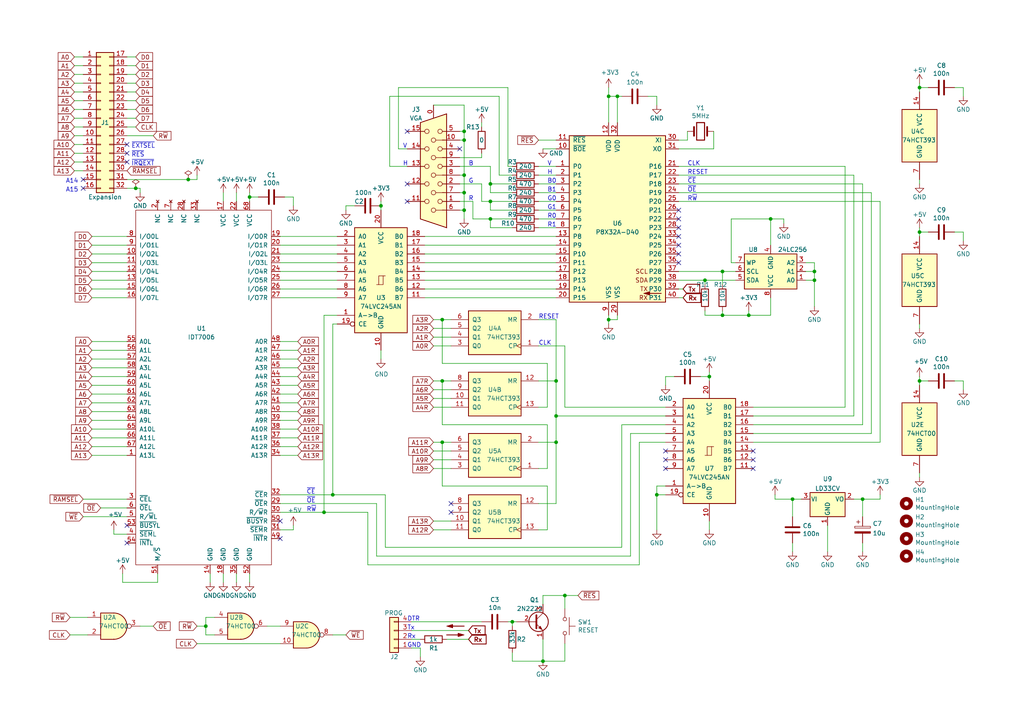
<source format=kicad_sch>
(kicad_sch (version 20211123) (generator eeschema)
  (paper "A4")
  (junction (at 128.27 128.27))
  (junction (at 236.22 78.74))
  (junction (at 142.24 58.42))
  (junction (at 190.5 143.51))
  (junction (at 134.62 55.88))
  (junction (at 134.62 38.1))
  (junction (at 209.55 91.44))
  (junction (at 176.53 92.71))
  (junction (at 54.61 52.07))
  (junction (at 204.47 81.28))
  (junction (at 72.39 57.15))
  (junction (at 205.74 109.22))
  (junction (at 209.55 78.74))
  (junction (at 266.7 25.4))
  (junction (at 148.59 180.34))
  (junction (at 161.29 128.27))
  (junction (at 179.07 27.94))
  (junction (at 134.62 40.64))
  (junction (at 161.29 120.65))
  (junction (at 236.22 81.28))
  (junction (at 134.62 60.96))
  (junction (at 250.19 144.78))
  (junction (at 229.87 144.78))
  (junction (at 128.27 92.71))
  (junction (at 110.49 59.69))
  (junction (at 163.83 172.72))
  (junction (at 142.24 53.34))
  (junction (at 134.62 50.8))
  (junction (at 59.69 181.61))
  (junction (at 39.37 54.61))
  (junction (at 266.7 110.49))
  (junction (at 217.17 91.44))
  (junction (at 266.7 67.31))
  (junction (at 176.53 27.94))
  (junction (at 157.48 191.77))
  (junction (at 142.24 63.5))
  (junction (at 93.98 148.59))
  (junction (at 96.52 143.51))
  (junction (at 128.27 110.49))
  (junction (at 161.29 110.49))
  (junction (at 223.52 63.5))
  (no_connect (at 36.83 41.91))
  (no_connect (at 218.44 135.89))
  (no_connect (at 196.85 71.12))
  (no_connect (at 196.85 73.66))
  (no_connect (at 196.85 63.5))
  (no_connect (at 130.81 146.05))
  (no_connect (at 218.44 130.81))
  (no_connect (at 81.28 151.13))
  (no_connect (at 133.35 43.18))
  (no_connect (at 24.13 54.61))
  (no_connect (at 118.11 58.42))
  (no_connect (at 193.04 133.35))
  (no_connect (at 118.11 53.34))
  (no_connect (at 36.83 152.4))
  (no_connect (at 130.81 148.59))
  (no_connect (at 196.85 68.58))
  (no_connect (at 36.83 157.48))
  (no_connect (at 81.28 156.21))
  (no_connect (at 118.11 38.1))
  (no_connect (at 193.04 130.81))
  (no_connect (at 24.13 52.07))
  (no_connect (at 36.83 44.45))
  (no_connect (at 196.85 66.04))
  (no_connect (at 196.85 76.2))
  (no_connect (at 196.85 60.96))
  (no_connect (at 193.04 135.89))
  (no_connect (at 36.83 46.99))
  (no_connect (at 218.44 133.35))
  (wire (pts (xy 21.59 21.59) (xy 24.13 21.59)))
  (wire (pts (xy 125.73 133.35) (xy 130.81 133.35)))
  (wire (pts (xy 142.24 53.34) (xy 142.24 48.26)))
  (wire (pts (xy 190.5 140.97) (xy 193.04 140.97)))
  (wire (pts (xy 125.73 153.67) (xy 130.81 153.67)))
  (wire (pts (xy 205.74 107.95) (xy 205.74 109.22)))
  (wire (pts (xy 81.28 71.12) (xy 97.79 71.12)))
  (wire (pts (xy 134.62 50.8) (xy 134.62 40.64)))
  (wire (pts (xy 212.09 76.2) (xy 213.36 76.2)))
  (wire (pts (xy 118.11 48.26) (xy 113.03 48.26)))
  (wire (pts (xy 266.7 25.4) (xy 266.7 26.67)))
  (wire (pts (xy 26.67 121.92) (xy 36.83 121.92)))
  (wire (pts (xy 81.28 119.38) (xy 86.36 119.38)))
  (wire (pts (xy 156.21 118.11) (xy 158.75 118.11)))
  (wire (pts (xy 252.73 125.73) (xy 218.44 125.73)))
  (wire (pts (xy 72.39 57.15) (xy 74.93 57.15)))
  (wire (pts (xy 24.13 144.78) (xy 36.83 144.78)))
  (wire (pts (xy 223.52 91.44) (xy 223.52 86.36)))
  (wire (pts (xy 157.48 43.18) (xy 161.29 43.18)))
  (wire (pts (xy 21.59 26.67) (xy 24.13 26.67)))
  (wire (pts (xy 158.75 118.11) (xy 158.75 105.41)))
  (wire (pts (xy 193.04 123.19) (xy 180.34 123.19)))
  (wire (pts (xy 156.21 100.33) (xy 163.83 100.33)))
  (wire (pts (xy 196.85 48.26) (xy 245.11 48.26)))
  (wire (pts (xy 26.67 71.12) (xy 36.83 71.12)))
  (wire (pts (xy 36.83 149.86) (xy 24.13 149.86)))
  (wire (pts (xy 133.35 50.8) (xy 134.62 50.8)))
  (wire (pts (xy 142.24 63.5) (xy 142.24 66.04)))
  (wire (pts (xy 29.21 147.32) (xy 36.83 147.32)))
  (wire (pts (xy 204.47 81.28) (xy 213.36 81.28)))
  (wire (pts (xy 245.11 48.26) (xy 245.11 118.11)))
  (wire (pts (xy 193.04 143.51) (xy 190.5 143.51)))
  (wire (pts (xy 128.27 110.49) (xy 130.81 110.49)))
  (wire (pts (xy 158.75 153.67) (xy 156.21 153.67)))
  (wire (pts (xy 139.7 58.42) (xy 142.24 58.42)))
  (wire (pts (xy 157.48 175.26) (xy 157.48 172.72)))
  (wire (pts (xy 255.27 144.78) (xy 255.27 143.51)))
  (wire (pts (xy 125.73 128.27) (xy 128.27 128.27)))
  (wire (pts (xy 81.28 78.74) (xy 97.79 78.74)))
  (wire (pts (xy 196.85 81.28) (xy 204.47 81.28)))
  (wire (pts (xy 250.19 123.19) (xy 218.44 123.19)))
  (wire (pts (xy 156.21 48.26) (xy 161.29 48.26)))
  (wire (pts (xy 81.28 104.14) (xy 86.36 104.14)))
  (wire (pts (xy 148.59 180.34) (xy 149.86 180.34)))
  (wire (pts (xy 266.7 110.49) (xy 266.7 111.76)))
  (wire (pts (xy 279.4 67.31) (xy 279.4 69.85)))
  (wire (pts (xy 134.62 40.64) (xy 134.62 38.1)))
  (wire (pts (xy 81.28 121.92) (xy 86.36 121.92)))
  (wire (pts (xy 123.19 71.12) (xy 161.29 71.12)))
  (wire (pts (xy 36.83 29.21) (xy 39.37 29.21)))
  (wire (pts (xy 85.09 153.67) (xy 81.28 153.67)))
  (wire (pts (xy 125.73 30.48) (xy 134.62 30.48)))
  (wire (pts (xy 60.96 166.37) (xy 60.96 168.91)))
  (wire (pts (xy 156.21 53.34) (xy 161.29 53.34)))
  (wire (pts (xy 125.73 92.71) (xy 128.27 92.71)))
  (wire (pts (xy 147.32 48.26) (xy 148.59 48.26)))
  (wire (pts (xy 137.16 58.42) (xy 137.16 63.5)))
  (wire (pts (xy 139.7 53.34) (xy 133.35 53.34)))
  (wire (pts (xy 185.42 128.27) (xy 193.04 128.27)))
  (wire (pts (xy 161.29 92.71) (xy 161.29 110.49)))
  (wire (pts (xy 193.04 120.65) (xy 161.29 120.65)))
  (wire (pts (xy 36.83 36.83) (xy 39.37 36.83)))
  (wire (pts (xy 137.16 63.5) (xy 142.24 63.5)))
  (wire (pts (xy 36.83 39.37) (xy 44.45 39.37)))
  (wire (pts (xy 232.41 144.78) (xy 229.87 144.78)))
  (wire (pts (xy 142.24 58.42) (xy 148.59 58.42)))
  (wire (pts (xy 123.19 73.66) (xy 161.29 73.66)))
  (wire (pts (xy 35.56 166.37) (xy 35.56 168.91)))
  (wire (pts (xy 129.54 185.42) (xy 135.89 185.42)))
  (wire (pts (xy 176.53 27.94) (xy 176.53 35.56)))
  (wire (pts (xy 139.7 45.72) (xy 139.7 44.45)))
  (wire (pts (xy 82.55 57.15) (xy 85.09 57.15)))
  (wire (pts (xy 205.74 151.13) (xy 205.74 153.67)))
  (wire (pts (xy 115.57 43.18) (xy 115.57 25.4)))
  (wire (pts (xy 81.28 116.84) (xy 86.36 116.84)))
  (wire (pts (xy 81.28 124.46) (xy 86.36 124.46)))
  (wire (pts (xy 196.85 58.42) (xy 255.27 58.42)))
  (wire (pts (xy 36.83 31.75) (xy 39.37 31.75)))
  (wire (pts (xy 59.69 181.61) (xy 59.69 179.07)))
  (wire (pts (xy 163.83 172.72) (xy 167.64 172.72)))
  (wire (pts (xy 193.04 111.76) (xy 193.04 109.22)))
  (wire (pts (xy 187.96 27.94) (xy 190.5 27.94)))
  (wire (pts (xy 156.21 50.8) (xy 161.29 50.8)))
  (wire (pts (xy 196.85 86.36) (xy 198.12 86.36)))
  (wire (pts (xy 250.19 53.34) (xy 250.19 123.19)))
  (wire (pts (xy 266.7 137.16) (xy 266.7 138.43)))
  (wire (pts (xy 179.07 27.94) (xy 179.07 35.56)))
  (wire (pts (xy 20.32 184.15) (xy 25.4 184.15)))
  (wire (pts (xy 125.73 97.79) (xy 130.81 97.79)))
  (wire (pts (xy 182.88 125.73) (xy 193.04 125.73)))
  (wire (pts (xy 113.03 27.94) (xy 144.78 27.94)))
  (wire (pts (xy 125.73 95.25) (xy 130.81 95.25)))
  (wire (pts (xy 125.73 115.57) (xy 130.81 115.57)))
  (wire (pts (xy 250.19 144.78) (xy 250.19 149.86)))
  (wire (pts (xy 21.59 49.53) (xy 24.13 49.53)))
  (wire (pts (xy 110.49 59.69) (xy 110.49 60.96)))
  (wire (pts (xy 142.24 55.88) (xy 142.24 53.34)))
  (wire (pts (xy 111.76 158.75) (xy 111.76 143.51)))
  (wire (pts (xy 157.48 185.42) (xy 157.48 191.77)))
  (wire (pts (xy 115.57 25.4) (xy 147.32 25.4)))
  (wire (pts (xy 113.03 27.94) (xy 113.03 48.26)))
  (wire (pts (xy 21.59 29.21) (xy 24.13 29.21)))
  (wire (pts (xy 57.15 181.61) (xy 59.69 181.61)))
  (wire (pts (xy 123.19 83.82) (xy 161.29 83.82)))
  (wire (pts (xy 128.27 92.71) (xy 130.81 92.71)))
  (wire (pts (xy 128.27 123.19) (xy 128.27 110.49)))
  (wire (pts (xy 36.83 99.06) (xy 26.67 99.06)))
  (wire (pts (xy 57.15 186.69) (xy 81.28 186.69)))
  (wire (pts (xy 158.75 123.19) (xy 158.75 135.89)))
  (wire (pts (xy 240.03 152.4) (xy 240.03 160.02)))
  (wire (pts (xy 142.24 66.04) (xy 148.59 66.04)))
  (wire (pts (xy 180.34 158.75) (xy 111.76 158.75)))
  (wire (pts (xy 72.39 55.88) (xy 72.39 57.15)))
  (wire (pts (xy 250.19 144.78) (xy 255.27 144.78)))
  (wire (pts (xy 209.55 82.55) (xy 209.55 78.74)))
  (wire (pts (xy 36.83 68.58) (xy 26.67 68.58)))
  (wire (pts (xy 227.33 63.5) (xy 227.33 64.77)))
  (wire (pts (xy 59.69 184.15) (xy 62.23 184.15)))
  (wire (pts (xy 77.47 181.61) (xy 81.28 181.61)))
  (wire (pts (xy 21.59 39.37) (xy 24.13 39.37)))
  (wire (pts (xy 269.24 25.4) (xy 266.7 25.4)))
  (wire (pts (xy 81.28 132.08) (xy 86.36 132.08)))
  (wire (pts (xy 190.5 143.51) (xy 190.5 140.97)))
  (wire (pts (xy 26.67 81.28) (xy 36.83 81.28)))
  (wire (pts (xy 59.69 181.61) (xy 59.69 184.15)))
  (wire (pts (xy 26.67 86.36) (xy 36.83 86.36)))
  (wire (pts (xy 119.38 185.42) (xy 121.92 185.42)))
  (wire (pts (xy 161.29 110.49) (xy 156.21 110.49)))
  (wire (pts (xy 57.15 52.07) (xy 57.15 50.8)))
  (wire (pts (xy 85.09 152.4) (xy 85.09 153.67)))
  (wire (pts (xy 156.21 60.96) (xy 161.29 60.96)))
  (wire (pts (xy 158.75 140.97) (xy 158.75 153.67)))
  (wire (pts (xy 148.59 50.8) (xy 144.78 50.8)))
  (wire (pts (xy 36.83 78.74) (xy 26.67 78.74)))
  (wire (pts (xy 142.24 53.34) (xy 148.59 53.34)))
  (wire (pts (xy 266.7 52.07) (xy 266.7 53.34)))
  (wire (pts (xy 142.24 60.96) (xy 142.24 58.42)))
  (wire (pts (xy 157.48 191.77) (xy 148.59 191.77)))
  (wire (pts (xy 193.04 109.22) (xy 195.58 109.22)))
  (wire (pts (xy 96.52 184.15) (xy 100.33 184.15)))
  (wire (pts (xy 81.28 73.66) (xy 97.79 73.66)))
  (wire (pts (xy 21.59 44.45) (xy 24.13 44.45)))
  (wire (pts (xy 36.83 114.3) (xy 26.67 114.3)))
  (wire (pts (xy 279.4 110.49) (xy 279.4 113.03)))
  (wire (pts (xy 133.35 58.42) (xy 137.16 58.42)))
  (wire (pts (xy 68.58 55.88) (xy 68.58 58.42)))
  (wire (pts (xy 123.19 81.28) (xy 161.29 81.28)))
  (wire (pts (xy 156.21 58.42) (xy 161.29 58.42)))
  (wire (pts (xy 147.32 25.4) (xy 147.32 48.26)))
  (wire (pts (xy 72.39 57.15) (xy 72.39 58.42)))
  (wire (pts (xy 223.52 71.12) (xy 223.52 63.5)))
  (wire (pts (xy 250.19 157.48) (xy 250.19 160.02)))
  (wire (pts (xy 236.22 78.74) (xy 236.22 81.28)))
  (wire (pts (xy 196.85 55.88) (xy 252.73 55.88)))
  (wire (pts (xy 247.65 50.8) (xy 247.65 120.65)))
  (wire (pts (xy 100.33 60.96) (xy 100.33 59.69)))
  (wire (pts (xy 123.19 78.74) (xy 161.29 78.74)))
  (wire (pts (xy 125.73 135.89) (xy 130.81 135.89)))
  (wire (pts (xy 176.53 92.71) (xy 179.07 92.71)))
  (wire (pts (xy 21.59 19.05) (xy 24.13 19.05)))
  (wire (pts (xy 26.67 106.68) (xy 36.83 106.68)))
  (wire (pts (xy 26.67 111.76) (xy 36.83 111.76)))
  (wire (pts (xy 81.28 109.22) (xy 86.36 109.22)))
  (wire (pts (xy 54.61 52.07) (xy 57.15 52.07)))
  (wire (pts (xy 158.75 105.41) (xy 128.27 105.41)))
  (wire (pts (xy 179.07 27.94) (xy 180.34 27.94)))
  (wire (pts (xy 161.29 120.65) (xy 161.29 128.27)))
  (wire (pts (xy 148.59 181.61) (xy 148.59 180.34)))
  (wire (pts (xy 26.67 127) (xy 36.83 127)))
  (wire (pts (xy 36.83 16.51) (xy 39.37 16.51)))
  (wire (pts (xy 255.27 58.42) (xy 255.27 128.27)))
  (wire (pts (xy 36.83 19.05) (xy 39.37 19.05)))
  (wire (pts (xy 21.59 41.91) (xy 24.13 41.91)))
  (wire (pts (xy 156.21 128.27) (xy 161.29 128.27)))
  (wire (pts (xy 196.85 40.64) (xy 199.39 40.64)))
  (wire (pts (xy 266.7 110.49) (xy 269.24 110.49)))
  (wire (pts (xy 123.19 86.36) (xy 161.29 86.36)))
  (wire (pts (xy 21.59 34.29) (xy 24.13 34.29)))
  (wire (pts (xy 81.28 129.54) (xy 86.36 129.54)))
  (wire (pts (xy 81.28 143.51) (xy 96.52 143.51)))
  (wire (pts (xy 148.59 63.5) (xy 142.24 63.5)))
  (wire (pts (xy 229.87 157.48) (xy 229.87 160.02)))
  (wire (pts (xy 81.28 111.76) (xy 86.36 111.76)))
  (wire (pts (xy 81.28 127) (xy 86.36 127)))
  (wire (pts (xy 128.27 123.19) (xy 158.75 123.19)))
  (wire (pts (xy 109.22 161.29) (xy 182.88 161.29)))
  (wire (pts (xy 266.7 109.22) (xy 266.7 110.49)))
  (wire (pts (xy 21.59 46.99) (xy 24.13 46.99)))
  (wire (pts (xy 158.75 135.89) (xy 156.21 135.89)))
  (wire (pts (xy 236.22 76.2) (xy 236.22 78.74)))
  (wire (pts (xy 125.73 151.13) (xy 130.81 151.13)))
  (wire (pts (xy 81.28 148.59) (xy 93.98 148.59)))
  (wire (pts (xy 81.28 114.3) (xy 86.36 114.3)))
  (wire (pts (xy 266.7 67.31) (xy 266.7 68.58)))
  (wire (pts (xy 106.68 163.83) (xy 185.42 163.83)))
  (wire (pts (xy 93.98 148.59) (xy 106.68 148.59)))
  (wire (pts (xy 176.53 92.71) (xy 176.53 93.98)))
  (wire (pts (xy 205.74 109.22) (xy 205.74 110.49)))
  (wire (pts (xy 180.34 123.19) (xy 180.34 158.75)))
  (wire (pts (xy 26.67 116.84) (xy 36.83 116.84)))
  (wire (pts (xy 81.28 81.28) (xy 97.79 81.28)))
  (wire (pts (xy 196.85 78.74) (xy 209.55 78.74)))
  (wire (pts (xy 134.62 55.88) (xy 134.62 60.96)))
  (wire (pts (xy 128.27 140.97) (xy 158.75 140.97)))
  (wire (pts (xy 134.62 30.48) (xy 134.62 38.1)))
  (wire (pts (xy 81.28 101.6) (xy 86.36 101.6)))
  (wire (pts (xy 40.64 181.61) (xy 44.45 181.61)))
  (wire (pts (xy 134.62 50.8) (xy 134.62 55.88)))
  (wire (pts (xy 156.21 40.64) (xy 161.29 40.64)))
  (wire (pts (xy 276.86 110.49) (xy 279.4 110.49)))
  (wire (pts (xy 156.21 55.88) (xy 161.29 55.88)))
  (wire (pts (xy 179.07 92.71) (xy 179.07 91.44)))
  (wire (pts (xy 36.83 26.67) (xy 39.37 26.67)))
  (wire (pts (xy 163.83 191.77) (xy 163.83 186.69)))
  (wire (pts (xy 133.35 38.1) (xy 134.62 38.1)))
  (wire (pts (xy 148.59 189.23) (xy 148.59 191.77)))
  (wire (pts (xy 233.68 76.2) (xy 236.22 76.2)))
  (wire (pts (xy 64.77 55.88) (xy 64.77 58.42)))
  (wire (pts (xy 156.21 146.05) (xy 161.29 146.05)))
  (wire (pts (xy 109.22 161.29) (xy 109.22 146.05)))
  (wire (pts (xy 190.5 27.94) (xy 190.5 30.48)))
  (wire (pts (xy 96.52 93.98) (xy 96.52 143.51)))
  (wire (pts (xy 81.28 146.05) (xy 109.22 146.05)))
  (wire (pts (xy 81.28 86.36) (xy 97.79 86.36)))
  (wire (pts (xy 279.4 25.4) (xy 279.4 27.94)))
  (wire (pts (xy 125.73 130.81) (xy 130.81 130.81)))
  (wire (pts (xy 93.98 148.59) (xy 93.98 91.44)))
  (wire (pts (xy 255.27 128.27) (xy 218.44 128.27)))
  (wire (pts (xy 119.38 187.96) (xy 121.92 187.96)))
  (wire (pts (xy 156.21 63.5) (xy 161.29 63.5)))
  (wire (pts (xy 196.85 83.82) (xy 198.12 83.82)))
  (wire (pts (xy 144.78 50.8) (xy 144.78 27.94)))
  (wire (pts (xy 128.27 128.27) (xy 130.81 128.27)))
  (wire (pts (xy 93.98 91.44) (xy 97.79 91.44)))
  (wire (pts (xy 81.28 83.82) (xy 97.79 83.82)))
  (wire (pts (xy 148.59 60.96) (xy 142.24 60.96)))
  (wire (pts (xy 157.48 191.77) (xy 163.83 191.77)))
  (wire (pts (xy 176.53 25.4) (xy 176.53 27.94)))
  (wire (pts (xy 81.28 76.2) (xy 97.79 76.2)))
  (wire (pts (xy 266.7 24.13) (xy 266.7 25.4)))
  (wire (pts (xy 156.21 66.04) (xy 161.29 66.04)))
  (wire (pts (xy 100.33 59.69) (xy 102.87 59.69)))
  (wire (pts (xy 125.73 110.49) (xy 128.27 110.49)))
  (wire (pts (xy 209.55 91.44) (xy 217.17 91.44)))
  (wire (pts (xy 224.79 144.78) (xy 229.87 144.78)))
  (wire (pts (xy 125.73 118.11) (xy 130.81 118.11)))
  (wire (pts (xy 115.57 43.18) (xy 118.11 43.18)))
  (wire (pts (xy 161.29 110.49) (xy 161.29 120.65)))
  (wire (pts (xy 185.42 163.83) (xy 185.42 128.27)))
  (wire (pts (xy 276.86 25.4) (xy 279.4 25.4)))
  (wire (pts (xy 33.02 153.67) (xy 33.02 154.94)))
  (wire (pts (xy 203.2 109.22) (xy 205.74 109.22)))
  (wire (pts (xy 36.83 34.29) (xy 39.37 34.29)))
  (wire (pts (xy 156.21 92.71) (xy 161.29 92.71)))
  (wire (pts (xy 128.27 105.41) (xy 128.27 92.71)))
  (wire (pts (xy 81.28 106.68) (xy 86.36 106.68)))
  (wire (pts (xy 266.7 67.31) (xy 269.24 67.31)))
  (wire (pts (xy 110.49 101.6) (xy 110.49 104.14)))
  (wire (pts (xy 196.85 43.18) (xy 207.01 43.18)))
  (wire (pts (xy 125.73 100.33) (xy 130.81 100.33)))
  (wire (pts (xy 36.83 73.66) (xy 26.67 73.66)))
  (wire (pts (xy 139.7 35.56) (xy 139.7 36.83)))
  (wire (pts (xy 252.73 55.88) (xy 252.73 125.73)))
  (wire (pts (xy 266.7 93.98) (xy 266.7 95.25)))
  (wire (pts (xy 176.53 91.44) (xy 176.53 92.71)))
  (wire (pts (xy 36.83 104.14) (xy 26.67 104.14)))
  (wire (pts (xy 21.59 16.51) (xy 24.13 16.51)))
  (wire (pts (xy 199.39 38.1) (xy 199.39 40.64)))
  (wire (pts (xy 134.62 55.88) (xy 133.35 55.88)))
  (wire (pts (xy 33.02 154.94) (xy 36.83 154.94)))
  (wire (pts (xy 224.79 143.51) (xy 224.79 144.78)))
  (wire (pts (xy 72.39 166.37) (xy 72.39 168.91)))
  (wire (pts (xy 36.83 54.61) (xy 39.37 54.61)))
  (wire (pts (xy 20.32 179.07) (xy 25.4 179.07)))
  (wire (pts (xy 142.24 48.26) (xy 133.35 48.26)))
  (wire (pts (xy 223.52 63.5) (xy 227.33 63.5)))
  (wire (pts (xy 133.35 45.72) (xy 139.7 45.72)))
  (wire (pts (xy 125.73 113.03) (xy 130.81 113.03)))
  (wire (pts (xy 157.48 172.72) (xy 163.83 172.72)))
  (wire (pts (xy 207.01 38.1) (xy 207.01 43.18)))
  (wire (pts (xy 21.59 36.83) (xy 24.13 36.83)))
  (wire (pts (xy 64.77 166.37) (xy 64.77 168.91)))
  (wire (pts (xy 247.65 144.78) (xy 250.19 144.78)))
  (wire (pts (xy 182.88 161.29) (xy 182.88 125.73)))
  (wire (pts (xy 123.19 68.58) (xy 161.29 68.58)))
  (wire (pts (xy 176.53 27.94) (xy 179.07 27.94)))
  (wire (pts (xy 190.5 153.67) (xy 190.5 143.51)))
  (wire (pts (xy 236.22 81.28) (xy 236.22 88.9)))
  (wire (pts (xy 147.32 180.34) (xy 148.59 180.34)))
  (wire (pts (xy 36.83 52.07) (xy 54.61 52.07)))
  (wire (pts (xy 36.83 21.59) (xy 39.37 21.59)))
  (wire (pts (xy 119.38 180.34) (xy 139.7 180.34)))
  (wire (pts (xy 218.44 118.11) (xy 245.11 118.11)))
  (wire (pts (xy 229.87 144.78) (xy 229.87 149.86)))
  (wire (pts (xy 26.67 101.6) (xy 36.83 101.6)))
  (wire (pts (xy 21.59 24.13) (xy 24.13 24.13)))
  (wire (pts (xy 233.68 81.28) (xy 236.22 81.28)))
  (wire (pts (xy 36.83 119.38) (xy 26.67 119.38)))
  (wire (pts (xy 123.19 76.2) (xy 161.29 76.2)))
  (wire (pts (xy 133.35 60.96) (xy 134.62 60.96)))
  (wire (pts (xy 196.85 53.34) (xy 250.19 53.34)))
  (wire (pts (xy 119.38 182.88) (xy 135.89 182.88)))
  (wire (pts (xy 97.79 93.98) (xy 96.52 93.98)))
  (wire (pts (xy 276.86 67.31) (xy 279.4 67.31)))
  (wire (pts (xy 209.55 78.74) (xy 213.36 78.74)))
  (wire (pts (xy 96.52 143.51) (xy 111.76 143.51)))
  (wire (pts (xy 110.49 58.42) (xy 110.49 59.69)))
  (wire (pts (xy 163.83 118.11) (xy 193.04 118.11)))
  (wire (pts (xy 26.67 132.08) (xy 36.83 132.08)))
  (wire (pts (xy 163.83 172.72) (xy 163.83 176.53)))
  (wire (pts (xy 21.59 31.75) (xy 24.13 31.75)))
  (wire (pts (xy 40.64 54.61) (xy 40.64 55.88)))
  (wire (pts (xy 85.09 57.15) (xy 85.09 59.69)))
  (wire (pts (xy 217.17 91.44) (xy 223.52 91.44)))
  (wire (pts (xy 204.47 90.17) (xy 204.47 91.44)))
  (wire (pts (xy 133.35 40.64) (xy 134.62 40.64)))
  (wire (pts (xy 59.69 179.07) (xy 62.23 179.07)))
  (wire (pts (xy 45.72 168.91) (xy 45.72 166.37)))
  (wire (pts (xy 36.83 129.54) (xy 26.67 129.54)))
  (wire (pts (xy 106.68 148.59) (xy 106.68 163.83)))
  (wire (pts (xy 233.68 78.74) (xy 236.22 78.74)))
  (wire (pts (xy 36.83 124.46) (xy 26.67 124.46)))
  (wire (pts (xy 204.47 82.55) (xy 204.47 81.28)))
  (wire (pts (xy 142.24 55.88) (xy 148.59 55.88)))
  (wire (pts (xy 196.85 50.8) (xy 247.65 50.8)))
  (wire (pts (xy 36.83 109.22) (xy 26.67 109.22)))
  (wire (pts (xy 81.28 99.06) (xy 86.36 99.06)))
  (wire (pts (xy 209.55 90.17) (xy 209.55 91.44)))
  (wire (pts (xy 212.09 63.5) (xy 223.52 63.5)))
  (wire (pts (xy 81.28 68.58) (xy 97.79 68.58)))
  (wire (pts (xy 217.17 90.17) (xy 217.17 91.44)))
  (wire (pts (xy 204.47 91.44) (xy 209.55 91.44)))
  (wire (pts (xy 26.67 76.2) (xy 36.83 76.2)))
  (wire (pts (xy 134.62 60.96) (xy 134.62 63.5)))
  (wire (pts (xy 68.58 166.37) (xy 68.58 168.91)))
  (wire (pts (xy 128.27 140.97) (xy 128.27 128.27)))
  (wire (pts (xy 36.83 83.82) (xy 26.67 83.82)))
  (wire (pts (xy 218.44 120.65) (xy 247.65 120.65)))
  (wire (pts (xy 139.7 58.42) (xy 139.7 53.34)))
  (wire (pts (xy 121.92 187.96) (xy 121.92 190.5)))
  (wire (pts (xy 266.7 66.04) (xy 266.7 67.31)))
  (wire (pts (xy 36.83 24.13) (xy 39.37 24.13)))
  (wire (pts (xy 35.56 168.91) (xy 45.72 168.91)))
  (wire (pts (xy 161.29 146.05) (xy 161.29 128.27)))
  (wire (pts (xy 163.83 100.33) (xy 163.83 118.11)))
  (wire (pts (xy 212.09 76.2) (xy 212.09 63.5)))
  (wire (pts (xy 39.37 54.61) (xy 40.64 54.61)))
  (text "V" (at 158.75 48.26 0) (effects (font (size 1.27 1.27)) (justify left bottom)))
  (text "H" (at 116.84 48.26 0) (effects (font (size 1.27 1.27)) (justify left bottom)))
  (text "~{EXTSEL}" (at 38.1 43.18 0) (effects (font (size 1.27 1.27)) (justify left bottom)))
  (text "R~{W}" (at 199.39 58.42 0) (effects (font (size 1.27 1.27)) (justify left bottom)))
  (text "R~{W}" (at 88.9 148.59 0) (effects (font (size 1.27 1.27)) (justify left bottom)))
  (text "B1" (at 158.75 55.88 0) (effects (font (size 1.27 1.27)) (justify left bottom)))
  (text "RESET" (at 156.21 92.71 0) (effects (font (size 1.27 1.27)) (justify left bottom)))
  (text "GND" (at 118.11 187.96 0) (effects (font (size 1.27 1.27)) (justify left bottom)))
  (text "R1" (at 158.75 66.04 0) (effects (font (size 1.27 1.27)) (justify left bottom)))
  (text "R0" (at 158.75 63.5 0) (effects (font (size 1.27 1.27)) (justify left bottom)))
  (text "Tx" (at 118.11 182.88 0) (effects (font (size 1.27 1.27)) (justify left bottom)))
  (text "~{RES}" (at 38.1 45.72 0) (effects (font (size 1.27 1.27)) (justify left bottom)))
  (text "G1" (at 158.75 60.96 0) (effects (font (size 1.27 1.27)) (justify left bottom)))
  (text "H" (at 158.75 50.8 0) (effects (font (size 1.27 1.27)) (justify left bottom)))
  (text "Rx" (at 118.11 185.42 0) (effects (font (size 1.27 1.27)) (justify left bottom)))
  (text "A15" (at 19.05 55.88 0) (effects (font (size 1.27 1.27)) (justify left bottom)))
  (text "RESET" (at 199.39 50.8 0) (effects (font (size 1.27 1.27)) (justify left bottom)))
  (text "~{CE}" (at 88.9 143.51 0) (effects (font (size 1.27 1.27)) (justify left bottom)))
  (text "R" (at 135.89 58.42 0) (effects (font (size 1.27 1.27)) (justify left bottom)))
  (text "G0" (at 158.75 58.42 0) (effects (font (size 1.27 1.27)) (justify left bottom)))
  (text "B" (at 135.89 48.26 0) (effects (font (size 1.27 1.27)) (justify left bottom)))
  (text "~{OE}" (at 88.9 146.05 0) (effects (font (size 1.27 1.27)) (justify left bottom)))
  (text "~{CE}" (at 199.39 53.34 0) (effects (font (size 1.27 1.27)) (justify left bottom)))
  (text "~{IRQEXT}" (at 38.1 48.26 0) (effects (font (size 1.27 1.27)) (justify left bottom)))
  (text "G" (at 135.89 53.34 0) (effects (font (size 1.27 1.27)) (justify left bottom)))
  (text "CLK" (at 199.39 48.26 0) (effects (font (size 1.27 1.27)) (justify left bottom)))
  (text "A14" (at 19.05 53.34 0) (effects (font (size 1.27 1.27)) (justify left bottom)))
  (text "DTR" (at 118.11 180.34 0) (effects (font (size 1.27 1.27)) (justify left bottom)))
  (text "CLK" (at 156.21 100.33 0) (effects (font (size 1.27 1.27)) (justify left bottom)))
  (text "~{OE}" (at 199.39 55.88 0) (effects (font (size 1.27 1.27)) (justify left bottom)))
  (text "B0" (at 158.75 53.34 0) (effects (font (size 1.27 1.27)) (justify left bottom)))
  (text "V" (at 116.84 43.18 0) (effects (font (size 1.27 1.27)) (justify left bottom)))
  (global_label "D2" (shape input) (at 26.67 73.66 180) (property "Intersheet References" "${INTERSHEET_REFS}" (effects hide)))
  (global_label "A10" (shape input) (at 26.67 124.46 180) (property "Intersheet References" "${INTERSHEET_REFS}" (effects hide)))
  (global_label "A11" (shape input) (at 21.59 44.45 180) (property "Intersheet References" "${INTERSHEET_REFS}" (effects hide)))
  (global_label "CLK" (shape input) (at 20.32 184.15 180) (property "Intersheet References" "${INTERSHEET_REFS}" (effects hide)))
  (global_label "D3" (shape input) (at 39.37 24.13 0) (property "Intersheet References" "${INTERSHEET_REFS}" (effects hide)))
  (global_label "~{OE}" (shape input) (at 29.21 147.32 180) (property "Intersheet References" "${INTERSHEET_REFS}" (effects hide)))
  (global_label "D7" (shape input) (at 26.67 86.36 180) (property "Intersheet References" "${INTERSHEET_REFS}" (effects hide)))
  (global_label "A12R" (shape input) (at 125.73 153.67 180) (property "Intersheet References" "${INTERSHEET_REFS}" (effects hide)))
  (global_label "A7" (shape input) (at 26.67 116.84 180) (property "Intersheet References" "${INTERSHEET_REFS}" (effects hide)))
  (global_label "A4" (shape input) (at 21.59 26.67 180) (property "Intersheet References" "${INTERSHEET_REFS}" (effects hide)))
  (global_label "R~{W}" (shape input) (at 20.32 179.07 180) (property "Intersheet References" "${INTERSHEET_REFS}" (effects hide)))
  (global_label "D5" (shape input) (at 39.37 29.21 0) (property "Intersheet References" "${INTERSHEET_REFS}" (effects hide)))
  (global_label "~{RES}" (shape input) (at 156.21 40.64 180) (property "Intersheet References" "${INTERSHEET_REFS}" (effects hide)))
  (global_label "A10R" (shape input) (at 86.36 124.46 0) (property "Intersheet References" "${INTERSHEET_REFS}" (effects hide)))
  (global_label "A3" (shape input) (at 26.67 106.68 180) (property "Intersheet References" "${INTERSHEET_REFS}" (effects hide)))
  (global_label "Rx" (shape input) (at 198.12 86.36 0) (effects (font (thickness 0.254) bold)) (property "Intersheet References" "${INTERSHEET_REFS}" (effects hide)))
  (global_label "A5" (shape input) (at 26.67 111.76 180) (property "Intersheet References" "${INTERSHEET_REFS}" (effects hide)))
  (global_label "A4R" (shape input) (at 86.36 109.22 0) (property "Intersheet References" "${INTERSHEET_REFS}" (effects hide)))
  (global_label "A0R" (shape input) (at 125.73 100.33 180) (property "Intersheet References" "${INTERSHEET_REFS}" (effects hide)))
  (global_label "A7" (shape input) (at 21.59 34.29 180) (property "Intersheet References" "${INTERSHEET_REFS}" (effects hide)))
  (global_label "A6R" (shape input) (at 125.73 113.03 180) (property "Intersheet References" "${INTERSHEET_REFS}" (effects hide)))
  (global_label "~{RAMSEL}" (shape input) (at 36.83 49.53 0) (property "Intersheet References" "${INTERSHEET_REFS}" (effects hide)))
  (global_label "A0" (shape input) (at 26.67 99.06 180) (property "Intersheet References" "${INTERSHEET_REFS}" (effects hide)))
  (global_label "A7R" (shape input) (at 86.36 116.84 0) (property "Intersheet References" "${INTERSHEET_REFS}" (effects hide)))
  (global_label "A1R" (shape input) (at 125.73 97.79 180) (property "Intersheet References" "${INTERSHEET_REFS}" (effects hide)))
  (global_label "D0" (shape input) (at 26.67 68.58 180) (property "Intersheet References" "${INTERSHEET_REFS}" (effects hide)))
  (global_label "A9" (shape input) (at 21.59 39.37 180) (property "Intersheet References" "${INTERSHEET_REFS}" (effects hide)))
  (global_label "A5" (shape input) (at 21.59 29.21 180) (property "Intersheet References" "${INTERSHEET_REFS}" (effects hide)))
  (global_label "A4R" (shape input) (at 125.73 118.11 180) (property "Intersheet References" "${INTERSHEET_REFS}" (effects hide)))
  (global_label "~{RES}" (shape input) (at 167.64 172.72 0) (property "Intersheet References" "${INTERSHEET_REFS}" (effects hide)))
  (global_label "A6R" (shape input) (at 86.36 114.3 0) (property "Intersheet References" "${INTERSHEET_REFS}" (effects hide)))
  (global_label "A4" (shape input) (at 26.67 109.22 180) (property "Intersheet References" "${INTERSHEET_REFS}" (effects hide)))
  (global_label "D3" (shape input) (at 26.67 76.2 180) (property "Intersheet References" "${INTERSHEET_REFS}" (effects hide)))
  (global_label "A11" (shape input) (at 26.67 127 180) (property "Intersheet References" "${INTERSHEET_REFS}" (effects hide)))
  (global_label "A12" (shape input) (at 21.59 46.99 180) (property "Intersheet References" "${INTERSHEET_REFS}" (effects hide)))
  (global_label "A5R" (shape input) (at 125.73 115.57 180) (property "Intersheet References" "${INTERSHEET_REFS}" (effects hide)))
  (global_label "A2R" (shape input) (at 125.73 95.25 180) (property "Intersheet References" "${INTERSHEET_REFS}" (effects hide)))
  (global_label "~{WE}" (shape input) (at 100.33 184.15 0) (property "Intersheet References" "${INTERSHEET_REFS}" (effects hide)))
  (global_label "~{WE}" (shape input) (at 24.13 149.86 180) (property "Intersheet References" "${INTERSHEET_REFS}" (effects hide)))
  (global_label "A13R" (shape input) (at 86.36 132.08 0) (property "Intersheet References" "${INTERSHEET_REFS}" (effects hide)))
  (global_label "Rx" (shape input) (at 135.89 185.42 0) (effects (font (thickness 0.254) bold)) (property "Intersheet References" "${INTERSHEET_REFS}" (effects hide)))
  (global_label "A9" (shape input) (at 26.67 121.92 180) (property "Intersheet References" "${INTERSHEET_REFS}" (effects hide)))
  (global_label "A3" (shape input) (at 21.59 24.13 180) (property "Intersheet References" "${INTERSHEET_REFS}" (effects hide)))
  (global_label "A2" (shape input) (at 26.67 104.14 180) (property "Intersheet References" "${INTERSHEET_REFS}" (effects hide)))
  (global_label "A8R" (shape input) (at 86.36 119.38 0) (property "Intersheet References" "${INTERSHEET_REFS}" (effects hide)))
  (global_label "A9R" (shape input) (at 125.73 133.35 180) (property "Intersheet References" "${INTERSHEET_REFS}" (effects hide)))
  (global_label "A11R" (shape input) (at 125.73 128.27 180) (property "Intersheet References" "${INTERSHEET_REFS}" (effects hide)))
  (global_label "A11R" (shape input) (at 86.36 127 0) (property "Intersheet References" "${INTERSHEET_REFS}" (effects hide)))
  (global_label "A6" (shape input) (at 21.59 31.75 180) (property "Intersheet References" "${INTERSHEET_REFS}" (effects hide)))
  (global_label "D1" (shape input) (at 26.67 71.12 180) (property "Intersheet References" "${INTERSHEET_REFS}" (effects hide)))
  (global_label "D4" (shape input) (at 39.37 26.67 0) (property "Intersheet References" "${INTERSHEET_REFS}" (effects hide)))
  (global_label "A8" (shape input) (at 21.59 36.83 180) (property "Intersheet References" "${INTERSHEET_REFS}" (effects hide)))
  (global_label "A9R" (shape input) (at 86.36 121.92 0) (property "Intersheet References" "${INTERSHEET_REFS}" (effects hide)))
  (global_label "A2" (shape input) (at 21.59 21.59 180) (property "Intersheet References" "${INTERSHEET_REFS}" (effects hide)))
  (global_label "D6" (shape input) (at 26.67 83.82 180) (property "Intersheet References" "${INTERSHEET_REFS}" (effects hide)))
  (global_label "A13R" (shape input) (at 125.73 151.13 180) (property "Intersheet References" "${INTERSHEET_REFS}" (effects hide)))
  (global_label "A13" (shape input) (at 26.67 132.08 180) (property "Intersheet References" "${INTERSHEET_REFS}" (effects hide)))
  (global_label "A8R" (shape input) (at 125.73 135.89 180) (property "Intersheet References" "${INTERSHEET_REFS}" (effects hide)))
  (global_label "D7" (shape input) (at 39.37 34.29 0) (property "Intersheet References" "${INTERSHEET_REFS}" (effects hide)))
  (global_label "A10" (shape input) (at 21.59 41.91 180) (property "Intersheet References" "${INTERSHEET_REFS}" (effects hide)))
  (global_label "A8" (shape input) (at 26.67 119.38 180) (property "Intersheet References" "${INTERSHEET_REFS}" (effects hide)))
  (global_label "A5R" (shape input) (at 86.36 111.76 0) (property "Intersheet References" "${INTERSHEET_REFS}" (effects hide)))
  (global_label "A0" (shape input) (at 21.59 16.51 180) (property "Intersheet References" "${INTERSHEET_REFS}" (effects hide)))
  (global_label "A0R" (shape input) (at 86.36 99.06 0) (property "Intersheet References" "${INTERSHEET_REFS}" (effects hide)))
  (global_label "A6" (shape input) (at 26.67 114.3 180) (property "Intersheet References" "${INTERSHEET_REFS}" (effects hide)))
  (global_label "A1" (shape input) (at 21.59 19.05 180) (property "Intersheet References" "${INTERSHEET_REFS}" (effects hide)))
  (global_label "D2" (shape input) (at 39.37 21.59 0) (property "Intersheet References" "${INTERSHEET_REFS}" (effects hide)))
  (global_label "A3R" (shape input) (at 86.36 106.68 0) (property "Intersheet References" "${INTERSHEET_REFS}" (effects hide)))
  (global_label "A13" (shape input) (at 21.59 49.53 180) (property "Intersheet References" "${INTERSHEET_REFS}" (effects hide)))
  (global_label "A10R" (shape input) (at 125.73 130.81 180) (property "Intersheet References" "${INTERSHEET_REFS}" (effects hide)))
  (global_label "~{OE}" (shape input) (at 44.45 181.61 0) (property "Intersheet References" "${INTERSHEET_REFS}" (effects hide)))
  (global_label "R~{W}" (shape input) (at 44.45 39.37 0) (property "Intersheet References" "${INTERSHEET_REFS}" (effects hide)))
  (global_label "CLK" (shape input) (at 57.15 186.69 180) (property "Intersheet References" "${INTERSHEET_REFS}" (effects hide)))
  (global_label "A1R" (shape input) (at 86.36 101.6 0) (property "Intersheet References" "${INTERSHEET_REFS}" (effects hide)))
  (global_label "A12" (shape input) (at 26.67 129.54 180) (property "Intersheet References" "${INTERSHEET_REFS}" (effects hide)))
  (global_label "A2R" (shape input) (at 86.36 104.14 0) (property "Intersheet References" "${INTERSHEET_REFS}" (effects hide)))
  (global_label "D4" (shape input) (at 26.67 78.74 180) (property "Intersheet References" "${INTERSHEET_REFS}" (effects hide)))
  (global_label "A7R" (shape input) (at 125.73 110.49 180) (property "Intersheet References" "${INTERSHEET_REFS}" (effects hide)))
  (global_label "A3R" (shape input) (at 125.73 92.71 180) (property "Intersheet References" "${INTERSHEET_REFS}" (effects hide)))
  (global_label "R~{W}" (shape input) (at 57.15 181.61 180) (property "Intersheet References" "${INTERSHEET_REFS}" (effects hide)))
  (global_label "D1" (shape input) (at 39.37 19.05 0) (property "Intersheet References" "${INTERSHEET_REFS}" (effects hide)))
  (global_label "CLK" (shape input) (at 39.37 36.83 0) (property "Intersheet References" "${INTERSHEET_REFS}" (effects hide)))
  (global_label "A12R" (shape input) (at 86.36 129.54 0) (property "Intersheet References" "${INTERSHEET_REFS}" (effects hide)))
  (global_label "D6" (shape input) (at 39.37 31.75 0) (property "Intersheet References" "${INTERSHEET_REFS}" (effects hide)))
  (global_label "Tx" (shape input) (at 198.12 83.82 0) (effects (font (thickness 0.254) bold)) (property "Intersheet References" "${INTERSHEET_REFS}" (effects hide)))
  (global_label "~{RAMSEL}" (shape input) (at 24.13 144.78 180) (property "Intersheet References" "${INTERSHEET_REFS}" (effects hide)))
  (global_label "D0" (shape input) (at 39.37 16.51 0) (property "Intersheet References" "${INTERSHEET_REFS}" (effects hide)))
  (global_label "D5" (shape input) (at 26.67 81.28 180) (property "Intersheet References" "${INTERSHEET_REFS}" (effects hide)))
  (global_label "A1" (shape input) (at 26.67 101.6 180) (property "Intersheet References" "${INTERSHEET_REFS}" (effects hide)))
  (global_label "Tx" (shape input) (at 135.89 182.88 0) (effects (font (thickness 0.254) bold)) (property "Intersheet References" "${INTERSHEET_REFS}" (effects hide)))
  (symbol (lib_id "74xx:74HC00") (at 33.02 181.61 0) (unit 1)
    (property "Reference" "U2" (at 31.75 179.07 0))
    (property "Value" "74HCT00" (at 33.02 181.61 0))
    (property "Footprint" "Package_DIP:DIP-14_W7.62mm_LongPads" (effects hide))
    (property "Datasheet" "http://www.ti.com/lit/gpn/sn74hc00" (effects hide))
  )
  (symbol (lib_id "74xx:74HC00") (at 69.85 181.61 0) (unit 2)
    (property "Reference" "U2" (at 68.58 179.07 0))
    (property "Value" "74HCT00" (at 69.85 181.61 0))
    (property "Footprint" "Package_DIP:DIP-14_W7.62mm_LongPads" (effects hide))
    (property "Datasheet" "http://www.ti.com/lit/gpn/sn74hc00" (effects hide))
  )
  (symbol (lib_id "74xx:74HC00") (at 88.9 184.15 0) (unit 3)
    (property "Reference" "U2" (at 87.63 181.61 0))
    (property "Value" "74HCT00" (at 88.9 184.15 0))
    (property "Footprint" "Package_DIP:DIP-14_W7.62mm_LongPads" (effects hide))
    (property "Datasheet" "http://www.ti.com/lit/gpn/sn74hc00" (effects hide))
  )
  (symbol (lib_id "74xx:74HC00") (at 266.7 124.46 0) (unit 5)
    (property "Reference" "U2" (at 264.16 123.19 0) (effects (justify left)))
    (property "Value" "74HCT00" (at 262.89 125.73 0) (effects (justify left)))
    (property "Footprint" "Package_DIP:DIP-14_W7.62mm_LongPads" (effects hide))
    (property "Datasheet" "http://www.ti.com/lit/gpn/sn74hc00" (effects hide))
  )
  (symbol (lib_id "power:GND") (at 176.53 93.98 0) (unit 1)
    (property "Reference" "#PWR023" (effects hide))
    (property "Value" "GND" (at 176.53 97.79 0))
  )
  (symbol (lib_id "Mechanical:MountingHole") (at 262.89 146.05 0) (unit 1)
    (property "Reference" "H1" (at 265.43 144.8816 0) (effects (justify left)))
    (property "Value" "MountingHole" (at 265.43 147.193 0) (effects (justify left)))
    (property "Footprint" "MountingHole:MountingHole_3.2mm_M3_Pad_Via" (effects hide))
  )
  (symbol (lib_id "Mechanical:MountingHole") (at 262.89 156.21 0) (unit 1)
    (property "Reference" "H3" (at 265.43 155.0416 0) (effects (justify left)))
    (property "Value" "MountingHole" (at 265.43 157.353 0) (effects (justify left)))
    (property "Footprint" "MountingHole:MountingHole_3.2mm_M3_Pad_Via" (effects hide))
  )
  (symbol (lib_id "Mechanical:MountingHole") (at 262.89 151.13 0) (unit 1)
    (property "Reference" "H2" (at 265.43 149.9616 0) (effects (justify left)))
    (property "Value" "MountingHole" (at 265.43 152.273 0) (effects (justify left)))
    (property "Footprint" "MountingHole:MountingHole_3.2mm_M3_Pad_Via" (effects hide))
  )
  (symbol (lib_id "Mechanical:MountingHole") (at 262.89 161.29 0) (unit 1)
    (property "Reference" "H4" (at 265.43 160.1216 0) (effects (justify left)))
    (property "Value" "MountingHole" (at 265.43 162.433 0) (effects (justify left)))
    (property "Footprint" "MountingHole:MountingHole_3.2mm_M3_Pad_Via" (effects hide))
  )
  (symbol (lib_id "Device:R") (at 139.7 40.64 180) (unit 1)
    (property "Reference" "R13" (at 137.16 36.83 0))
    (property "Value" "0" (at 139.7 40.64 0))
    (property "Footprint" "Resistor_THT:R_Axial_DIN0207_L6.3mm_D2.5mm_P10.16mm_Horizontal" (effects hide))
  )
  (symbol (lib_id "power:GND") (at 266.7 95.25 0) (unit 1)
    (property "Reference" "#PWR040" (effects hide))
    (property "Value" "GND" (at 266.7 99.06 0))
  )
  (symbol (lib_id "power:+5V") (at 266.7 24.13 0) (unit 1)
    (property "Reference" "#PWR037" (effects hide))
    (property "Value" "+5V" (at 266.7 20.32 0))
  )
  (symbol (lib_id "power:GND") (at 266.7 53.34 0) (unit 1)
    (property "Reference" "#PWR038" (effects hide))
    (property "Value" "GND" (at 266.7 57.15 0))
  )
  (symbol (lib_id "power:+5V") (at 266.7 66.04 0) (unit 1)
    (property "Reference" "#PWR039" (effects hide))
    (property "Value" "+5V" (at 266.7 62.23 0))
  )
  (symbol (lib_id "74xx:74LS393") (at 266.7 39.37 0) (unit 3)
    (property "Reference" "U4" (at 264.16 38.1 0) (effects (justify left)))
    (property "Value" "74HCT393" (at 261.62 40.64 0) (effects (justify left)))
    (property "Footprint" "Package_DIP:DIP-14_W7.62mm_LongPads" (effects hide))
    (property "Datasheet" "74xx\\74LS393.pdf" (effects hide))
  )
  (symbol (lib_id "74xx:74LS393") (at 143.51 97.79 180) (unit 1)
    (property "Reference" "U4" (at 143.51 95.25 0))
    (property "Value" "74HCT393" (at 146.05 97.79 0))
    (property "Footprint" "Package_DIP:DIP-14_W7.62mm_LongPads" (effects hide))
    (property "Datasheet" "74xx\\74LS393.pdf" (effects hide))
  )
  (symbol (lib_id "74xx:74LS393") (at 143.51 115.57 180) (unit 2)
    (property "Reference" "U4" (at 143.51 113.03 0))
    (property "Value" "74HCT393" (at 146.05 115.57 0))
    (property "Footprint" "Package_DIP:DIP-14_W7.62mm_LongPads" (effects hide))
    (property "Datasheet" "74xx\\74LS393.pdf" (effects hide))
  )
  (symbol (lib_id "74xx:74LS393") (at 143.51 133.35 180) (unit 1)
    (property "Reference" "U5" (at 143.51 130.81 0))
    (property "Value" "74HCT393" (at 146.05 133.35 0))
    (property "Footprint" "Package_DIP:DIP-14_W7.62mm_LongPads" (effects hide))
    (property "Datasheet" "74xx\\74LS393.pdf" (effects hide))
  )
  (symbol (lib_id "74xx:74LS393") (at 143.51 151.13 180) (unit 2)
    (property "Reference" "U5" (at 143.51 148.59 0))
    (property "Value" "74HCT393" (at 146.05 151.13 0))
    (property "Footprint" "Package_DIP:DIP-14_W7.62mm_LongPads" (effects hide))
    (property "Datasheet" "74xx\\74LS393.pdf" (effects hide))
  )
  (symbol (lib_id "power:+5V") (at 64.77 55.88 0) (unit 1)
    (property "Reference" "#PWR06" (effects hide))
    (property "Value" "+5V" (at 64.77 52.07 0))
  )
  (symbol (lib_id "power:+5V") (at 68.58 55.88 0) (unit 1)
    (property "Reference" "#PWR08" (effects hide))
    (property "Value" "+5V" (at 68.58 52.07 0))
  )
  (symbol (lib_id "power:+5V") (at 72.39 55.88 0) (unit 1)
    (property "Reference" "#PWR010" (effects hide))
    (property "Value" "+5V" (at 72.39 52.07 0))
  )
  (symbol (lib_id "power:GND") (at 60.96 168.91 0) (unit 1)
    (property "Reference" "#PWR05" (effects hide))
    (property "Value" "GND" (at 60.96 172.72 0))
  )
  (symbol (lib_id "power:GND") (at 64.77 168.91 0) (unit 1)
    (property "Reference" "#PWR07" (effects hide))
    (property "Value" "GND" (at 64.77 172.72 0))
  )
  (symbol (lib_id "power:GND") (at 68.58 168.91 0) (unit 1)
    (property "Reference" "#PWR09" (effects hide))
    (property "Value" "GND" (at 68.58 172.72 0))
  )
  (symbol (lib_id "power:GND") (at 72.39 168.91 0) (unit 1)
    (property "Reference" "#PWR011" (effects hide))
    (property "Value" "GND" (at 72.39 172.72 0))
  )
  (symbol (lib_id "power:+5V") (at 35.56 166.37 0) (unit 1)
    (property "Reference" "#PWR02" (effects hide))
    (property "Value" "+5V" (at 35.56 162.56 0))
  )
  (symbol (lib_id "power:+5V") (at 33.02 153.67 0) (unit 1)
    (property "Reference" "#PWR01" (effects hide))
    (property "Value" "+5V" (at 33.401 149.2758 0))
  )
  (symbol (lib_id "power:+5V") (at 85.09 152.4 0) (unit 1)
    (property "Reference" "#PWR013" (effects hide))
    (property "Value" "+5V" (at 85.471 148.0058 0))
  )
  (symbol (lib_id "IDT:IDT7006") (at 31.75 116.84 0) (unit 1)
    (property "Reference" "U1" (at 58.42 95.25 0))
    (property "Value" "IDT7006" (at 58.42 97.79 0))
    (property "Footprint" "Package_LCC:PLCC-68_THT-Socket" (effects hide))
  )
  (symbol (lib_id "74xx:74HC245") (at 205.74 130.81 0) (unit 1)
    (property "Reference" "U7" (at 205.74 135.89 0))
    (property "Value" "74LVC245AN" (at 205.74 138.43 0))
    (property "Footprint" "Package_DIP:DIP-20_W7.62mm_LongPads" (effects hide))
    (property "Datasheet" "http://www.ti.com/lit/gpn/sn74HC245" (effects hide))
  )
  (symbol (lib_id "74xx:74LS393") (at 266.7 81.28 0) (unit 3)
    (property "Reference" "U5" (at 264.16 80.01 0) (effects (justify left)))
    (property "Value" "74HCT393" (at 261.62 82.55 0) (effects (justify left)))
    (property "Footprint" "Package_DIP:DIP-14_W7.62mm_LongPads" (effects hide))
    (property "Datasheet" "74xx\\74LS393.pdf" (effects hide))
  )
  (symbol (lib_id "power:GND") (at 205.74 153.67 0) (unit 1)
    (property "Reference" "#PWR028" (effects hide))
    (property "Value" "GND" (at 205.74 157.48 0))
  )
  (symbol (lib_id "power:+5V") (at 205.74 107.95 0) (unit 1)
    (property "Reference" "#PWR027" (effects hide))
    (property "Value" "+5V" (at 205.74 104.14 0))
  )
  (symbol (lib_id "power:GND") (at 190.5 153.67 0) (unit 1)
    (property "Reference" "#PWR025" (effects hide))
    (property "Value" "GND" (at 190.5 157.48 0))
  )
  (symbol (lib_id "74xx:74HC245") (at 110.49 81.28 0) (unit 1)
    (property "Reference" "U3" (at 110.49 86.36 0))
    (property "Value" "74LVC245AN" (at 110.49 88.9 0))
    (property "Footprint" "Package_DIP:DIP-20_W7.62mm_LongPads" (effects hide))
    (property "Datasheet" "http://www.ti.com/lit/gpn/sn74HC245" (effects hide))
  )
  (symbol (lib_id "power:GND") (at 110.49 104.14 0) (unit 1)
    (property "Reference" "#PWR015" (effects hide))
    (property "Value" "GND" (at 110.617 108.5342 0))
  )
  (symbol (lib_id "power:+3V3") (at 110.49 58.42 0) (unit 1)
    (property "Reference" "#PWR014" (effects hide))
    (property "Value" "+3V3" (at 110.49 54.61 0))
  )
  (symbol (lib_id "Device:Crystal") (at 203.2 38.1 0) (unit 1)
    (property "Reference" "Y1" (at 203.2 31.2928 0))
    (property "Value" "5MHz" (at 203.2 33.6042 0))
    (property "Footprint" "Crystal:Crystal_HC49-U_Vertical" (effects hide))
  )
  (symbol (lib_id "MCU_Parallax:P8X32A-D40") (at 179.07 63.5 0) (unit 1)
    (property "Reference" "U6" (at 179.07 64.77 0))
    (property "Value" "P8X32A-D40" (at 179.07 67.31 0))
    (property "Footprint" "Package_DIP:DIP-40_W15.24mm_LongPads" (effects hide))
    (property "Datasheet" "https://www.parallax.com/sites/default/files/downloads/P8X32A-Propeller-Datasheet-v1.4.0_0.pdf" (effects hide))
  )
  (symbol (lib_id "power:GND") (at 157.48 191.77 0) (unit 1)
    (property "Reference" "#PWR021" (effects hide))
    (property "Value" "GND" (at 157.48 195.58 0))
  )
  (symbol (lib_id "power:+3V3") (at 176.53 25.4 0) (unit 1)
    (property "Reference" "#PWR022" (effects hide))
    (property "Value" "+3V3" (at 176.911 21.0058 0))
  )
  (symbol (lib_id "Memory_EEPROM:24LC256") (at 223.52 78.74 180) (unit 1)
    (property "Reference" "U8" (at 218.44 72.39 0))
    (property "Value" "24LC256" (at 229.87 72.39 0))
    (property "Footprint" "Package_DIP:DIP-8_W7.62mm_Socket_LongPads" (effects hide))
    (property "Datasheet" "http://ww1.microchip.com/downloads/en/devicedoc/21203m.pdf" (effects hide))
  )
  (symbol (lib_id "power:GND") (at 236.22 88.9 0) (unit 1)
    (property "Reference" "#PWR033" (effects hide))
    (property "Value" "GND" (at 236.22 92.71 0))
  )
  (symbol (lib_id "Device:R") (at 204.47 86.36 0) (unit 1)
    (property "Reference" "R11" (at 201.93 82.55 0) (effects (justify left)))
    (property "Value" "10k" (at 204.47 87.63 90) (effects (justify left)))
    (property "Footprint" "Resistor_THT:R_Axial_DIN0207_L6.3mm_D2.5mm_P10.16mm_Horizontal" (effects hide))
  )
  (symbol (lib_id "Device:C") (at 229.87 153.67 0) (unit 1)
    (property "Reference" "C6" (at 232.791 152.5016 0) (effects (justify left)))
    (property "Value" "100n" (at 232.791 154.813 0) (effects (justify left)))
    (property "Footprint" "Capacitor_THT:C_Disc_D5.0mm_W2.5mm_P5.00mm" (effects hide))
  )
  (symbol (lib_id "power:GND") (at 229.87 160.02 0) (unit 1)
    (property "Reference" "#PWR032" (effects hide))
    (property "Value" "GND" (at 229.87 163.83 0))
  )
  (symbol (lib_id "power:GND") (at 240.03 160.02 0) (unit 1)
    (property "Reference" "#PWR034" (effects hide))
    (property "Value" "GND" (at 240.03 163.83 0))
  )
  (symbol (lib_id "power:GND") (at 250.19 160.02 0) (unit 1)
    (property "Reference" "#PWR035" (effects hide))
    (property "Value" "GND" (at 250.19 163.83 0))
  )
  (symbol (lib_id "power:+5V") (at 224.79 143.51 0) (unit 1)
    (property "Reference" "#PWR030" (effects hide))
    (property "Value" "+5V" (at 224.79 139.7 0))
  )
  (symbol (lib_id "power:+3V3") (at 255.27 143.51 0) (unit 1)
    (property "Reference" "#PWR036" (effects hide))
    (property "Value" "+3V3" (at 255.27 139.7 0))
  )
  (symbol (lib_id "Device:R") (at 152.4 55.88 270) (unit 1)
    (property "Reference" "R6" (at 148.59 54.61 90))
    (property "Value" "240" (at 152.4 55.88 90))
    (property "Footprint" "Resistor_THT:R_Axial_DIN0207_L6.3mm_D2.5mm_P10.16mm_Horizontal" (effects hide))
  )
  (symbol (lib_id "Device:R") (at 152.4 53.34 270) (unit 1)
    (property "Reference" "R5" (at 148.59 52.07 90))
    (property "Value" "470" (at 152.4 53.34 90))
    (property "Footprint" "Resistor_THT:R_Axial_DIN0207_L6.3mm_D2.5mm_P10.16mm_Horizontal" (effects hide))
  )
  (symbol (lib_id "Device:R") (at 152.4 60.96 270) (unit 1)
    (property "Reference" "R8" (at 148.59 59.69 90))
    (property "Value" "240" (at 152.4 60.96 90))
    (property "Footprint" "Resistor_THT:R_Axial_DIN0207_L6.3mm_D2.5mm_P10.16mm_Horizontal" (effects hide))
  )
  (symbol (lib_id "Device:R") (at 152.4 58.42 270) (unit 1)
    (property "Reference" "R7" (at 148.59 57.15 90))
    (property "Value" "470" (at 152.4 58.42 90))
    (property "Footprint" "Resistor_THT:R_Axial_DIN0207_L6.3mm_D2.5mm_P10.16mm_Horizontal" (effects hide))
  )
  (symbol (lib_id "Device:R") (at 152.4 66.04 270) (unit 1)
    (property "Reference" "R10" (at 147.32 64.77 90))
    (property "Value" "240" (at 152.4 66.04 90))
    (property "Footprint" "Resistor_THT:R_Axial_DIN0207_L6.3mm_D2.5mm_P10.16mm_Horizontal" (effects hide))
  )
  (symbol (lib_id "Device:R") (at 152.4 63.5 270) (unit 1)
    (property "Reference" "R9" (at 148.59 62.23 90))
    (property "Value" "470" (at 152.4 63.5 90))
    (property "Footprint" "Resistor_THT:R_Axial_DIN0207_L6.3mm_D2.5mm_P10.16mm_Horizontal" (effects hide))
  )
  (symbol (lib_id "Device:R") (at 152.4 48.26 270) (unit 1)
    (property "Reference" "R3" (at 148.59 46.99 90))
    (property "Value" "240" (at 152.4 48.26 90))
    (property "Footprint" "Resistor_THT:R_Axial_DIN0207_L6.3mm_D2.5mm_P10.16mm_Horizontal" (effects hide))
  )
  (symbol (lib_id "Device:R") (at 152.4 50.8 270) (unit 1)
    (property "Reference" "R4" (at 148.59 49.53 90))
    (property "Value" "240" (at 152.4 50.8 90))
    (property "Footprint" "Resistor_THT:R_Axial_DIN0207_L6.3mm_D2.5mm_P10.16mm_Horizontal" (effects hide))
  )
  (symbol (lib_id "Connector:DB15_Female_HighDensity_MountingHoles") (at 125.73 48.26 180) (unit 1)
    (property "Reference" "J3" (at 120.65 31.75 0))
    (property "Value" "VGA" (at 120.65 34.29 0))
    (property "Footprint" "Connector_Dsub:DSUB-15-HD_Female_Horizontal_P2.29x1.98mm_EdgePinOffset8.35mm_Housed_MountingHolesOffset10.89mm" (effects hide))
    (property "Datasheet" " ~" (effects hide))
  )
  (symbol (lib_id "power:GND") (at 134.62 63.5 0) (unit 1)
    (property "Reference" "#PWR018" (effects hide))
    (property "Value" "GND" (at 134.62 67.31 0))
  )
  (symbol (lib_id "power:+5V") (at 139.7 35.56 0) (unit 1)
    (property "Reference" "#PWR019" (effects hide))
    (property "Value" "+5V" (at 139.7 31.75 0))
  )
  (symbol (lib_id "power:+3V3") (at 217.17 90.17 0) (unit 1)
    (property "Reference" "#PWR029" (effects hide))
    (property "Value" "+3V3" (at 217.17 86.36 0))
  )
  (symbol (lib_id "power:GND") (at 227.33 64.77 0) (unit 1)
    (property "Reference" "#PWR031" (effects hide))
    (property "Value" "GND" (at 227.33 68.58 0))
  )
  (symbol (lib_id "Device:R") (at 209.55 86.36 0) (unit 1)
    (property "Reference" "R12" (at 207.01 82.55 0) (effects (justify left)))
    (property "Value" "10k" (at 209.55 87.63 90) (effects (justify left)))
    (property "Footprint" "Resistor_THT:R_Axial_DIN0207_L6.3mm_D2.5mm_P10.16mm_Horizontal" (effects hide))
  )
  (symbol (lib_id "Connector_Generic:Conn_01x04") (at 114.3 185.42 180) (unit 1)
    (property "Reference" "J2" (at 115.57 190.5 0) (effects (justify left)))
    (property "Value" "PROG" (at 116.84 177.8 0) (effects (justify left)))
    (property "Footprint" "Connector_PinSocket_2.54mm:PinSocket_1x04_P2.54mm_Vertical" (effects hide))
  )
  (symbol (lib_id "Graphic:SYM_Arrow_Normal") (at 189.23 85.09 180) (unit 1)
    (property "Reference" "#SYM4" (effects hide))
    (property "Value" "SYM_Arrow_Normal" (effects hide))
  )
  (symbol (lib_id "power:GND") (at 157.48 43.18 0) (unit 1)
    (property "Reference" "#PWR020" (effects hide))
    (property "Value" "GND" (at 161.29 44.45 0))
  )
  (symbol (lib_id "Device:R") (at 125.73 185.42 270) (unit 1)
    (property "Reference" "R1" (at 124.46 187.96 90) (effects (justify left)))
    (property "Value" "1k" (at 124.46 185.42 90) (effects (justify left)))
    (property "Footprint" "Resistor_THT:R_Axial_DIN0207_L6.3mm_D2.5mm_P10.16mm_Horizontal" (effects hide))
  )
  (symbol (lib_id "Graphic:SYM_Arrow_Normal") (at 189.23 82.55 0) (unit 1)
    (property "Reference" "#SYM3" (effects hide))
    (property "Value" "SYM_Arrow_Normal" (effects hide))
  )
  (symbol (lib_id "power:GND") (at 40.64 55.88 0) (unit 1)
    (property "Reference" "#PWR03" (effects hide))
    (property "Value" "GND" (at 40.64 59.69 0))
  )
  (symbol (lib_id "power:+5V") (at 57.15 50.8 0) (unit 1)
    (property "Reference" "#PWR04" (effects hide))
    (property "Value" "+5V" (at 57.15 46.99 0))
  )
  (symbol (lib_id "Connector_Generic:Conn_02x16_Top_Bottom") (at 29.21 34.29 0) (unit 1)
    (property "Reference" "J1" (at 30.48 35.56 0))
    (property "Value" "Expansion" (at 30.48 57.15 0))
    (property "Footprint" "Connector_PinSocket_2.54mm:PinSocket_2x16_P2.54mm_Vertical" (effects hide))
  )
  (symbol (lib_id "power:GND") (at 266.7 138.43 0) (unit 1)
    (property "Reference" "#PWR042" (effects hide))
    (property "Value" "GND" (at 266.7 142.24 0))
  )
  (symbol (lib_id "power:+5V") (at 266.7 109.22 0) (unit 1)
    (property "Reference" "#PWR041" (effects hide))
    (property "Value" "+5V" (at 267.081 104.8258 0))
  )
  (symbol (lib_id "power:PWR_FLAG") (at 39.37 54.61 0) (unit 1)
    (property "Reference" "#FLG01" (effects hide))
    (property "Value" "PWR_FLAG" (effects hide))
  )
  (symbol (lib_id "power:PWR_FLAG") (at 54.61 52.07 0) (unit 1)
    (property "Reference" "#FLG02" (effects hide))
    (property "Value" "PWR_FLAG" (effects hide))
  )
  (symbol (lib_id "Device:C") (at 78.74 57.15 270) (unit 1)
    (property "Reference" "C1" (at 78.74 50.7492 90))
    (property "Value" "100n" (at 78.74 53.0606 90))
    (property "Footprint" "Capacitor_THT:C_Disc_D5.0mm_W2.5mm_P5.00mm" (effects hide))
  )
  (symbol (lib_id "power:GND") (at 85.09 59.69 0) (unit 1)
    (property "Reference" "#PWR012" (effects hide))
    (property "Value" "GND" (at 85.09 63.5 0))
  )
  (symbol (lib_id "Device:C") (at 106.68 59.69 270) (unit 1)
    (property "Reference" "C2" (at 104.14 58.42 90))
    (property "Value" "100n" (at 105.41 55.88 90))
    (property "Footprint" "Capacitor_THT:C_Disc_D5.0mm_W2.5mm_P5.00mm" (effects hide))
  )
  (symbol (lib_id "power:GND") (at 100.33 60.96 0) (unit 1)
    (property "Reference" "#PWR016" (effects hide))
    (property "Value" "GND" (at 100.33 64.77 0))
  )
  (symbol (lib_id "Device:C") (at 199.39 109.22 270) (unit 1)
    (property "Reference" "C5" (at 199.39 102.8192 90))
    (property "Value" "100n" (at 199.39 105.1306 90))
    (property "Footprint" "Capacitor_THT:C_Disc_D5.0mm_W2.5mm_P5.00mm" (effects hide))
  )
  (symbol (lib_id "power:GND") (at 193.04 111.76 0) (unit 1)
    (property "Reference" "#PWR026" (effects hide))
    (property "Value" "GND" (at 193.04 115.57 0))
  )
  (symbol (lib_id "Device:C") (at 184.15 27.94 270) (unit 1)
    (property "Reference" "C4" (at 184.15 21.5392 90))
    (property "Value" "100n" (at 184.15 23.8506 90))
    (property "Footprint" "Capacitor_THT:C_Disc_D5.0mm_W2.5mm_P5.00mm" (effects hide))
  )
  (symbol (lib_id "power:GND") (at 190.5 30.48 0) (unit 1)
    (property "Reference" "#PWR024" (effects hide))
    (property "Value" "GND" (at 190.5 34.29 0))
  )
  (symbol (lib_id "Device:C") (at 273.05 25.4 270) (unit 1)
    (property "Reference" "C8" (at 273.05 18.9992 90))
    (property "Value" "100n" (at 273.05 21.3106 90))
    (property "Footprint" "Capacitor_THT:C_Disc_D5.0mm_W2.5mm_P5.00mm" (effects hide))
  )
  (symbol (lib_id "power:GND") (at 279.4 27.94 0) (unit 1)
    (property "Reference" "#PWR043" (effects hide))
    (property "Value" "GND" (at 279.4 31.75 0))
  )
  (symbol (lib_id "Device:C") (at 273.05 67.31 270) (unit 1)
    (property "Reference" "C9" (at 273.05 60.9092 90))
    (property "Value" "100n" (at 273.05 63.2206 90))
    (property "Footprint" "Capacitor_THT:C_Disc_D5.0mm_W2.5mm_P5.00mm" (effects hide))
  )
  (symbol (lib_id "power:GND") (at 279.4 69.85 0) (unit 1)
    (property "Reference" "#PWR044" (effects hide))
    (property "Value" "GND" (at 279.4 73.66 0))
  )
  (symbol (lib_id "Device:C") (at 273.05 110.49 270) (unit 1)
    (property "Reference" "C10" (at 273.05 104.0892 90))
    (property "Value" "100n" (at 273.05 106.4006 90))
    (property "Footprint" "Capacitor_THT:C_Disc_D5.0mm_W2.5mm_P5.00mm" (effects hide))
  )
  (symbol (lib_id "power:GND") (at 279.4 113.03 0) (unit 1)
    (property "Reference" "#PWR045" (effects hide))
    (property "Value" "GND" (at 279.4 116.84 0))
  )
  (symbol (lib_id "Transistor_BJT:2N2219") (at 154.94 180.34 0) (unit 1)
    (property "Reference" "Q1" (at 153.67 173.99 0) (effects (justify left)))
    (property "Value" "2N2222" (at 149.86 176.53 0) (effects (justify left)))
    (property "Footprint" "Package_TO_SOT_THT:TO-92" (effects hide))
    (property "Datasheet" "http://www.onsemi.com/pub_link/Collateral/2N2219-D.PDF" (effects hide))
  )
  (symbol (lib_id "Device:C") (at 143.51 180.34 270) (unit 1)
    (property "Reference" "C3" (at 143.51 173.9392 90))
    (property "Value" "10n" (at 143.51 176.2506 90))
    (property "Footprint" "Capacitor_THT:C_Disc_D5.0mm_W2.5mm_P5.00mm" (effects hide))
  )
  (symbol (lib_id "Device:R") (at 148.59 185.42 0) (unit 1)
    (property "Reference" "R2" (at 149.86 185.42 0) (effects (justify left)))
    (property "Value" "33k" (at 148.59 186.69 90) (effects (justify left)))
    (property "Footprint" "Resistor_THT:R_Axial_DIN0207_L6.3mm_D2.5mm_P10.16mm_Horizontal" (effects hide))
  )
  (symbol (lib_id "power:GND") (at 121.92 190.5 0) (unit 1)
    (property "Reference" "#PWR017" (effects hide))
    (property "Value" "GND" (at 121.92 194.31 0))
  )
  (symbol (lib_id "Switch:SW_Push") (at 163.83 181.61 270) (unit 1)
    (property "Reference" "SW1" (at 167.5892 180.4416 90) (effects (justify left)))
    (property "Value" "RESET" (at 167.5892 182.753 90) (effects (justify left)))
    (property "Footprint" "Button_Switch_THT:SW_PUSH_6mm_H4.3mm" (effects hide))
  )
  (symbol (lib_id "Graphic:SYM_Arrow_Normal") (at 132.08 181.61 180) (unit 1)
    (property "Reference" "#SYM1" (effects hide))
    (property "Value" "SYM_Arrow_Normal" (effects hide))
  )
  (symbol (lib_id "Graphic:SYM_Arrow_Normal") (at 132.08 184.15 0) (unit 1)
    (property "Reference" "#SYM2" (effects hide))
    (property "Value" "SYM_Arrow_Normal" (effects hide))
  )
  (symbol (lib_id "Device:C_Polarized") (at 250.19 153.67 0) (unit 1)
    (property "Reference" "C7" (at 253.111 151.8725 0) (effects (justify left)))
    (property "Value" "10u" (at 253.111 154.6476 0) (effects (justify left)))
    (property "Footprint" "Capacitor_THT:CP_Radial_D5.0mm_P2.00mm" (effects hide))
  )
  (symbol (lib_id "Regulator_Linear:AZ1117-3.3") (at 240.03 144.78 0) (unit 1)
    (property "Reference" "U9" (at 240.03 138.9085 0))
    (property "Value" "LD33CV" (at 240.03 141.6836 0))
    (property "Footprint" "Package_TO_SOT_THT:TO-220-3_Horizontal_TabDown" (effects hide))
    (property "Datasheet" "https://www.diodes.com/assets/Datasheets/AZ1117.pdf" (effects hide))
  )
)
</source>
